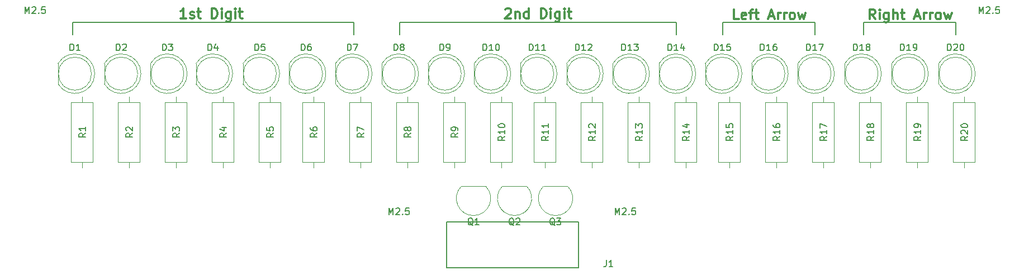
<source format=gbr>
G04 #@! TF.FileFunction,Legend,Top*
%FSLAX46Y46*%
G04 Gerber Fmt 4.6, Leading zero omitted, Abs format (unit mm)*
G04 Created by KiCad (PCBNEW 4.0.6) date 05/10/17 10:15:55*
%MOMM*%
%LPD*%
G01*
G04 APERTURE LIST*
%ADD10C,0.100000*%
%ADD11C,0.300000*%
%ADD12C,0.200000*%
%ADD13C,0.150000*%
%ADD14C,0.120000*%
G04 APERTURE END LIST*
D10*
D11*
X277162286Y-80180571D02*
X276662286Y-79466286D01*
X276305143Y-80180571D02*
X276305143Y-78680571D01*
X276876571Y-78680571D01*
X277019429Y-78752000D01*
X277090857Y-78823429D01*
X277162286Y-78966286D01*
X277162286Y-79180571D01*
X277090857Y-79323429D01*
X277019429Y-79394857D01*
X276876571Y-79466286D01*
X276305143Y-79466286D01*
X277805143Y-80180571D02*
X277805143Y-79180571D01*
X277805143Y-78680571D02*
X277733714Y-78752000D01*
X277805143Y-78823429D01*
X277876571Y-78752000D01*
X277805143Y-78680571D01*
X277805143Y-78823429D01*
X279162286Y-79180571D02*
X279162286Y-80394857D01*
X279090857Y-80537714D01*
X279019429Y-80609143D01*
X278876572Y-80680571D01*
X278662286Y-80680571D01*
X278519429Y-80609143D01*
X279162286Y-80109143D02*
X279019429Y-80180571D01*
X278733715Y-80180571D01*
X278590857Y-80109143D01*
X278519429Y-80037714D01*
X278448000Y-79894857D01*
X278448000Y-79466286D01*
X278519429Y-79323429D01*
X278590857Y-79252000D01*
X278733715Y-79180571D01*
X279019429Y-79180571D01*
X279162286Y-79252000D01*
X279876572Y-80180571D02*
X279876572Y-78680571D01*
X280519429Y-80180571D02*
X280519429Y-79394857D01*
X280448000Y-79252000D01*
X280305143Y-79180571D01*
X280090858Y-79180571D01*
X279948000Y-79252000D01*
X279876572Y-79323429D01*
X281019429Y-79180571D02*
X281590858Y-79180571D01*
X281233715Y-78680571D02*
X281233715Y-79966286D01*
X281305143Y-80109143D01*
X281448001Y-80180571D01*
X281590858Y-80180571D01*
X283162286Y-79752000D02*
X283876572Y-79752000D01*
X283019429Y-80180571D02*
X283519429Y-78680571D01*
X284019429Y-80180571D01*
X284519429Y-80180571D02*
X284519429Y-79180571D01*
X284519429Y-79466286D02*
X284590857Y-79323429D01*
X284662286Y-79252000D01*
X284805143Y-79180571D01*
X284948000Y-79180571D01*
X285448000Y-80180571D02*
X285448000Y-79180571D01*
X285448000Y-79466286D02*
X285519428Y-79323429D01*
X285590857Y-79252000D01*
X285733714Y-79180571D01*
X285876571Y-79180571D01*
X286590857Y-80180571D02*
X286447999Y-80109143D01*
X286376571Y-80037714D01*
X286305142Y-79894857D01*
X286305142Y-79466286D01*
X286376571Y-79323429D01*
X286447999Y-79252000D01*
X286590857Y-79180571D01*
X286805142Y-79180571D01*
X286947999Y-79252000D01*
X287019428Y-79323429D01*
X287090857Y-79466286D01*
X287090857Y-79894857D01*
X287019428Y-80037714D01*
X286947999Y-80109143D01*
X286805142Y-80180571D01*
X286590857Y-80180571D01*
X287590857Y-79180571D02*
X287876571Y-80180571D01*
X288162285Y-79466286D01*
X288448000Y-80180571D01*
X288733714Y-79180571D01*
D12*
X289306000Y-80645000D02*
X289306000Y-82550000D01*
X275336000Y-80645000D02*
X289306000Y-80645000D01*
X275336000Y-82550000D02*
X275336000Y-80645000D01*
D11*
X256469144Y-80180571D02*
X255754858Y-80180571D01*
X255754858Y-78680571D01*
X257540572Y-80109143D02*
X257397715Y-80180571D01*
X257112001Y-80180571D01*
X256969144Y-80109143D01*
X256897715Y-79966286D01*
X256897715Y-79394857D01*
X256969144Y-79252000D01*
X257112001Y-79180571D01*
X257397715Y-79180571D01*
X257540572Y-79252000D01*
X257612001Y-79394857D01*
X257612001Y-79537714D01*
X256897715Y-79680571D01*
X258040572Y-79180571D02*
X258612001Y-79180571D01*
X258254858Y-80180571D02*
X258254858Y-78894857D01*
X258326286Y-78752000D01*
X258469144Y-78680571D01*
X258612001Y-78680571D01*
X258897715Y-79180571D02*
X259469144Y-79180571D01*
X259112001Y-78680571D02*
X259112001Y-79966286D01*
X259183429Y-80109143D01*
X259326287Y-80180571D01*
X259469144Y-80180571D01*
X261040572Y-79752000D02*
X261754858Y-79752000D01*
X260897715Y-80180571D02*
X261397715Y-78680571D01*
X261897715Y-80180571D01*
X262397715Y-80180571D02*
X262397715Y-79180571D01*
X262397715Y-79466286D02*
X262469143Y-79323429D01*
X262540572Y-79252000D01*
X262683429Y-79180571D01*
X262826286Y-79180571D01*
X263326286Y-80180571D02*
X263326286Y-79180571D01*
X263326286Y-79466286D02*
X263397714Y-79323429D01*
X263469143Y-79252000D01*
X263612000Y-79180571D01*
X263754857Y-79180571D01*
X264469143Y-80180571D02*
X264326285Y-80109143D01*
X264254857Y-80037714D01*
X264183428Y-79894857D01*
X264183428Y-79466286D01*
X264254857Y-79323429D01*
X264326285Y-79252000D01*
X264469143Y-79180571D01*
X264683428Y-79180571D01*
X264826285Y-79252000D01*
X264897714Y-79323429D01*
X264969143Y-79466286D01*
X264969143Y-79894857D01*
X264897714Y-80037714D01*
X264826285Y-80109143D01*
X264683428Y-80180571D01*
X264469143Y-80180571D01*
X265469143Y-79180571D02*
X265754857Y-80180571D01*
X266040571Y-79466286D01*
X266326286Y-80180571D01*
X266612000Y-79180571D01*
X221131428Y-78696429D02*
X221202857Y-78625000D01*
X221345714Y-78553571D01*
X221702857Y-78553571D01*
X221845714Y-78625000D01*
X221917143Y-78696429D01*
X221988571Y-78839286D01*
X221988571Y-78982143D01*
X221917143Y-79196429D01*
X221060000Y-80053571D01*
X221988571Y-80053571D01*
X222631428Y-79053571D02*
X222631428Y-80053571D01*
X222631428Y-79196429D02*
X222702856Y-79125000D01*
X222845714Y-79053571D01*
X223059999Y-79053571D01*
X223202856Y-79125000D01*
X223274285Y-79267857D01*
X223274285Y-80053571D01*
X224631428Y-80053571D02*
X224631428Y-78553571D01*
X224631428Y-79982143D02*
X224488571Y-80053571D01*
X224202857Y-80053571D01*
X224059999Y-79982143D01*
X223988571Y-79910714D01*
X223917142Y-79767857D01*
X223917142Y-79339286D01*
X223988571Y-79196429D01*
X224059999Y-79125000D01*
X224202857Y-79053571D01*
X224488571Y-79053571D01*
X224631428Y-79125000D01*
X226488571Y-80053571D02*
X226488571Y-78553571D01*
X226845714Y-78553571D01*
X227059999Y-78625000D01*
X227202857Y-78767857D01*
X227274285Y-78910714D01*
X227345714Y-79196429D01*
X227345714Y-79410714D01*
X227274285Y-79696429D01*
X227202857Y-79839286D01*
X227059999Y-79982143D01*
X226845714Y-80053571D01*
X226488571Y-80053571D01*
X227988571Y-80053571D02*
X227988571Y-79053571D01*
X227988571Y-78553571D02*
X227917142Y-78625000D01*
X227988571Y-78696429D01*
X228059999Y-78625000D01*
X227988571Y-78553571D01*
X227988571Y-78696429D01*
X229345714Y-79053571D02*
X229345714Y-80267857D01*
X229274285Y-80410714D01*
X229202857Y-80482143D01*
X229060000Y-80553571D01*
X228845714Y-80553571D01*
X228702857Y-80482143D01*
X229345714Y-79982143D02*
X229202857Y-80053571D01*
X228917143Y-80053571D01*
X228774285Y-79982143D01*
X228702857Y-79910714D01*
X228631428Y-79767857D01*
X228631428Y-79339286D01*
X228702857Y-79196429D01*
X228774285Y-79125000D01*
X228917143Y-79053571D01*
X229202857Y-79053571D01*
X229345714Y-79125000D01*
X230060000Y-80053571D02*
X230060000Y-79053571D01*
X230060000Y-78553571D02*
X229988571Y-78625000D01*
X230060000Y-78696429D01*
X230131428Y-78625000D01*
X230060000Y-78553571D01*
X230060000Y-78696429D01*
X230560000Y-79053571D02*
X231131429Y-79053571D01*
X230774286Y-78553571D02*
X230774286Y-79839286D01*
X230845714Y-79982143D01*
X230988572Y-80053571D01*
X231131429Y-80053571D01*
X172780000Y-80053571D02*
X171922857Y-80053571D01*
X172351429Y-80053571D02*
X172351429Y-78553571D01*
X172208572Y-78767857D01*
X172065714Y-78910714D01*
X171922857Y-78982143D01*
X173351428Y-79982143D02*
X173494285Y-80053571D01*
X173780000Y-80053571D01*
X173922857Y-79982143D01*
X173994285Y-79839286D01*
X173994285Y-79767857D01*
X173922857Y-79625000D01*
X173780000Y-79553571D01*
X173565714Y-79553571D01*
X173422857Y-79482143D01*
X173351428Y-79339286D01*
X173351428Y-79267857D01*
X173422857Y-79125000D01*
X173565714Y-79053571D01*
X173780000Y-79053571D01*
X173922857Y-79125000D01*
X174422857Y-79053571D02*
X174994286Y-79053571D01*
X174637143Y-78553571D02*
X174637143Y-79839286D01*
X174708571Y-79982143D01*
X174851429Y-80053571D01*
X174994286Y-80053571D01*
X176637143Y-80053571D02*
X176637143Y-78553571D01*
X176994286Y-78553571D01*
X177208571Y-78625000D01*
X177351429Y-78767857D01*
X177422857Y-78910714D01*
X177494286Y-79196429D01*
X177494286Y-79410714D01*
X177422857Y-79696429D01*
X177351429Y-79839286D01*
X177208571Y-79982143D01*
X176994286Y-80053571D01*
X176637143Y-80053571D01*
X178137143Y-80053571D02*
X178137143Y-79053571D01*
X178137143Y-78553571D02*
X178065714Y-78625000D01*
X178137143Y-78696429D01*
X178208571Y-78625000D01*
X178137143Y-78553571D01*
X178137143Y-78696429D01*
X179494286Y-79053571D02*
X179494286Y-80267857D01*
X179422857Y-80410714D01*
X179351429Y-80482143D01*
X179208572Y-80553571D01*
X178994286Y-80553571D01*
X178851429Y-80482143D01*
X179494286Y-79982143D02*
X179351429Y-80053571D01*
X179065715Y-80053571D01*
X178922857Y-79982143D01*
X178851429Y-79910714D01*
X178780000Y-79767857D01*
X178780000Y-79339286D01*
X178851429Y-79196429D01*
X178922857Y-79125000D01*
X179065715Y-79053571D01*
X179351429Y-79053571D01*
X179494286Y-79125000D01*
X180208572Y-80053571D02*
X180208572Y-79053571D01*
X180208572Y-78553571D02*
X180137143Y-78625000D01*
X180208572Y-78696429D01*
X180280000Y-78625000D01*
X180208572Y-78553571D01*
X180208572Y-78696429D01*
X180708572Y-79053571D02*
X181280001Y-79053571D01*
X180922858Y-78553571D02*
X180922858Y-79839286D01*
X180994286Y-79982143D01*
X181137144Y-80053571D01*
X181280001Y-80053571D01*
D12*
X267970000Y-80645000D02*
X267970000Y-82550000D01*
X254000000Y-80645000D02*
X267970000Y-80645000D01*
X254000000Y-82550000D02*
X254000000Y-80645000D01*
X247015000Y-80645000D02*
X247015000Y-82550000D01*
X205105000Y-80645000D02*
X247015000Y-80645000D01*
X205105000Y-82550000D02*
X205105000Y-80645000D01*
X198120000Y-80645000D02*
X198120000Y-82550000D01*
X155575000Y-80645000D02*
X198120000Y-80645000D01*
X155575000Y-82550000D02*
X155575000Y-80645000D01*
D13*
X232201000Y-110856000D02*
X232201000Y-117856000D01*
X212201000Y-110856000D02*
X232201000Y-110856000D01*
X212201000Y-117856000D02*
X212201000Y-110856000D01*
X232201000Y-117856000D02*
X212201000Y-117856000D01*
D14*
X242947490Y-88426461D02*
G75*
G03X237397490Y-86881169I-2990000J462D01*
G01*
X242947490Y-88425537D02*
G75*
G02X237397490Y-89970829I-2990000J-462D01*
G01*
X242457490Y-88425999D02*
G75*
G03X242457490Y-88425999I-2500000J0D01*
G01*
X237397490Y-86880999D02*
X237397490Y-89970999D01*
X200928746Y-88426461D02*
G75*
G03X195378746Y-86881169I-2990000J462D01*
G01*
X200928746Y-88425537D02*
G75*
G02X195378746Y-89970829I-2990000J-462D01*
G01*
X200438746Y-88425999D02*
G75*
G03X200438746Y-88425999I-2500000J0D01*
G01*
X195378746Y-86880999D02*
X195378746Y-89970999D01*
X207908000Y-92722000D02*
X204588000Y-92722000D01*
X204588000Y-92722000D02*
X204588000Y-101842000D01*
X204588000Y-101842000D02*
X207908000Y-101842000D01*
X207908000Y-101842000D02*
X207908000Y-92722000D01*
X206248000Y-91912000D02*
X206248000Y-92722000D01*
X206248000Y-102652000D02*
X206248000Y-101842000D01*
X158910002Y-88426461D02*
G75*
G03X153360002Y-86881169I-2990000J462D01*
G01*
X158910002Y-88425537D02*
G75*
G02X153360002Y-89970829I-2990000J-462D01*
G01*
X158420002Y-88425999D02*
G75*
G03X158420002Y-88425999I-2500000J0D01*
G01*
X153360002Y-86880999D02*
X153360002Y-89970999D01*
X165913126Y-88426461D02*
G75*
G03X160363126Y-86881169I-2990000J462D01*
G01*
X165913126Y-88425537D02*
G75*
G02X160363126Y-89970829I-2990000J-462D01*
G01*
X165423126Y-88425999D02*
G75*
G03X165423126Y-88425999I-2500000J0D01*
G01*
X160363126Y-86880999D02*
X160363126Y-89970999D01*
X172916250Y-88426461D02*
G75*
G03X167366250Y-86881169I-2990000J462D01*
G01*
X172916250Y-88425537D02*
G75*
G02X167366250Y-89970829I-2990000J-462D01*
G01*
X172426250Y-88425999D02*
G75*
G03X172426250Y-88425999I-2500000J0D01*
G01*
X167366250Y-86880999D02*
X167366250Y-89970999D01*
X179810498Y-88426461D02*
G75*
G03X174260498Y-86881169I-2990000J462D01*
G01*
X179810498Y-88425537D02*
G75*
G02X174260498Y-89970829I-2990000J-462D01*
G01*
X179320498Y-88425999D02*
G75*
G03X179320498Y-88425999I-2500000J0D01*
G01*
X174260498Y-86880999D02*
X174260498Y-89970999D01*
X186922498Y-88426461D02*
G75*
G03X181372498Y-86881169I-2990000J462D01*
G01*
X186922498Y-88425537D02*
G75*
G02X181372498Y-89970829I-2990000J-462D01*
G01*
X186432498Y-88425999D02*
G75*
G03X186432498Y-88425999I-2500000J0D01*
G01*
X181372498Y-86880999D02*
X181372498Y-89970999D01*
X193925622Y-88426461D02*
G75*
G03X188375622Y-86881169I-2990000J462D01*
G01*
X193925622Y-88425537D02*
G75*
G02X188375622Y-89970829I-2990000J-462D01*
G01*
X193435622Y-88425999D02*
G75*
G03X193435622Y-88425999I-2500000J0D01*
G01*
X188375622Y-86880999D02*
X188375622Y-89970999D01*
X207968000Y-88426461D02*
G75*
G03X202418000Y-86881169I-2990000J462D01*
G01*
X207968000Y-88425537D02*
G75*
G02X202418000Y-89970829I-2990000J-462D01*
G01*
X207478000Y-88425999D02*
G75*
G03X207478000Y-88425999I-2500000J0D01*
G01*
X202418000Y-86880999D02*
X202418000Y-89970999D01*
X214934994Y-88426461D02*
G75*
G03X209384994Y-86881169I-2990000J462D01*
G01*
X214934994Y-88425537D02*
G75*
G02X209384994Y-89970829I-2990000J-462D01*
G01*
X214444994Y-88425999D02*
G75*
G03X214444994Y-88425999I-2500000J0D01*
G01*
X209384994Y-86880999D02*
X209384994Y-89970999D01*
X221938118Y-88426461D02*
G75*
G03X216388118Y-86881169I-2990000J462D01*
G01*
X221938118Y-88425537D02*
G75*
G02X216388118Y-89970829I-2990000J-462D01*
G01*
X221448118Y-88425999D02*
G75*
G03X221448118Y-88425999I-2500000J0D01*
G01*
X216388118Y-86880999D02*
X216388118Y-89970999D01*
X228941242Y-88426461D02*
G75*
G03X223391242Y-86881169I-2990000J462D01*
G01*
X228941242Y-88425537D02*
G75*
G02X223391242Y-89970829I-2990000J-462D01*
G01*
X228451242Y-88425999D02*
G75*
G03X228451242Y-88425999I-2500000J0D01*
G01*
X223391242Y-86880999D02*
X223391242Y-89970999D01*
X235944366Y-88426461D02*
G75*
G03X230394366Y-86881169I-2990000J462D01*
G01*
X235944366Y-88425537D02*
G75*
G02X230394366Y-89970829I-2990000J-462D01*
G01*
X235454366Y-88425999D02*
G75*
G03X235454366Y-88425999I-2500000J0D01*
G01*
X230394366Y-86880999D02*
X230394366Y-89970999D01*
X249950614Y-88426461D02*
G75*
G03X244400614Y-86881169I-2990000J462D01*
G01*
X249950614Y-88425537D02*
G75*
G02X244400614Y-89970829I-2990000J-462D01*
G01*
X249460614Y-88425999D02*
G75*
G03X249460614Y-88425999I-2500000J0D01*
G01*
X244400614Y-86880999D02*
X244400614Y-89970999D01*
X256953738Y-88426461D02*
G75*
G03X251403738Y-86881169I-2990000J462D01*
G01*
X256953738Y-88425537D02*
G75*
G02X251403738Y-89970829I-2990000J-462D01*
G01*
X256463738Y-88425999D02*
G75*
G03X256463738Y-88425999I-2500000J0D01*
G01*
X251403738Y-86880999D02*
X251403738Y-89970999D01*
X263956862Y-88426461D02*
G75*
G03X258406862Y-86881169I-2990000J462D01*
G01*
X263956862Y-88425537D02*
G75*
G02X258406862Y-89970829I-2990000J-462D01*
G01*
X263466862Y-88425999D02*
G75*
G03X263466862Y-88425999I-2500000J0D01*
G01*
X258406862Y-86880999D02*
X258406862Y-89970999D01*
X270960000Y-88426461D02*
G75*
G03X265410000Y-86881169I-2990000J462D01*
G01*
X270960000Y-88425537D02*
G75*
G02X265410000Y-89970829I-2990000J-462D01*
G01*
X270470000Y-88425999D02*
G75*
G03X270470000Y-88425999I-2500000J0D01*
G01*
X265410000Y-86880999D02*
X265410000Y-89970999D01*
X218096143Y-105465000D02*
X214496143Y-105465000D01*
X218134621Y-105476522D02*
G75*
G02X216296143Y-109915000I-1838478J-1838478D01*
G01*
X214457665Y-105476522D02*
G75*
G03X216296143Y-109915000I1838478J-1838478D01*
G01*
X224304000Y-105465000D02*
X220704000Y-105465000D01*
X224342478Y-105476522D02*
G75*
G02X222504000Y-109915000I-1838478J-1838478D01*
G01*
X220665522Y-105476522D02*
G75*
G03X222504000Y-109915000I1838478J-1838478D01*
G01*
X230511857Y-105465000D02*
X226911857Y-105465000D01*
X230550335Y-105476522D02*
G75*
G02X228711857Y-109915000I-1838478J-1838478D01*
G01*
X226873379Y-105476522D02*
G75*
G03X228711857Y-109915000I1838478J-1838478D01*
G01*
X158632000Y-92722000D02*
X155312000Y-92722000D01*
X155312000Y-92722000D02*
X155312000Y-101842000D01*
X155312000Y-101842000D02*
X158632000Y-101842000D01*
X158632000Y-101842000D02*
X158632000Y-92722000D01*
X156972000Y-91912000D02*
X156972000Y-92722000D01*
X156972000Y-102652000D02*
X156972000Y-101842000D01*
X165744000Y-92722000D02*
X162424000Y-92722000D01*
X162424000Y-92722000D02*
X162424000Y-101842000D01*
X162424000Y-101842000D02*
X165744000Y-101842000D01*
X165744000Y-101842000D02*
X165744000Y-92722000D01*
X164084000Y-91912000D02*
X164084000Y-92722000D01*
X164084000Y-102652000D02*
X164084000Y-101842000D01*
X172856000Y-92722000D02*
X169536000Y-92722000D01*
X169536000Y-92722000D02*
X169536000Y-101842000D01*
X169536000Y-101842000D02*
X172856000Y-101842000D01*
X172856000Y-101842000D02*
X172856000Y-92722000D01*
X171196000Y-91912000D02*
X171196000Y-92722000D01*
X171196000Y-102652000D02*
X171196000Y-101842000D01*
X179968000Y-92722000D02*
X176648000Y-92722000D01*
X176648000Y-92722000D02*
X176648000Y-101842000D01*
X176648000Y-101842000D02*
X179968000Y-101842000D01*
X179968000Y-101842000D02*
X179968000Y-92722000D01*
X178308000Y-91912000D02*
X178308000Y-92722000D01*
X178308000Y-102652000D02*
X178308000Y-101842000D01*
X187080000Y-92722000D02*
X183760000Y-92722000D01*
X183760000Y-92722000D02*
X183760000Y-101842000D01*
X183760000Y-101842000D02*
X187080000Y-101842000D01*
X187080000Y-101842000D02*
X187080000Y-92722000D01*
X185420000Y-91912000D02*
X185420000Y-92722000D01*
X185420000Y-102652000D02*
X185420000Y-101842000D01*
X193684000Y-92722000D02*
X190364000Y-92722000D01*
X190364000Y-92722000D02*
X190364000Y-101842000D01*
X190364000Y-101842000D02*
X193684000Y-101842000D01*
X193684000Y-101842000D02*
X193684000Y-92722000D01*
X192024000Y-91912000D02*
X192024000Y-92722000D01*
X192024000Y-102652000D02*
X192024000Y-101842000D01*
X200796000Y-92722000D02*
X197476000Y-92722000D01*
X197476000Y-92722000D02*
X197476000Y-101842000D01*
X197476000Y-101842000D02*
X200796000Y-101842000D01*
X200796000Y-101842000D02*
X200796000Y-92722000D01*
X199136000Y-91912000D02*
X199136000Y-92722000D01*
X199136000Y-102652000D02*
X199136000Y-101842000D01*
X215020000Y-92722000D02*
X211700000Y-92722000D01*
X211700000Y-92722000D02*
X211700000Y-101842000D01*
X211700000Y-101842000D02*
X215020000Y-101842000D01*
X215020000Y-101842000D02*
X215020000Y-92722000D01*
X213360000Y-91912000D02*
X213360000Y-92722000D01*
X213360000Y-102652000D02*
X213360000Y-101842000D01*
X222132000Y-92722000D02*
X218812000Y-92722000D01*
X218812000Y-92722000D02*
X218812000Y-101842000D01*
X218812000Y-101842000D02*
X222132000Y-101842000D01*
X222132000Y-101842000D02*
X222132000Y-92722000D01*
X220472000Y-91912000D02*
X220472000Y-92722000D01*
X220472000Y-102652000D02*
X220472000Y-101842000D01*
X228736000Y-92722000D02*
X225416000Y-92722000D01*
X225416000Y-92722000D02*
X225416000Y-101842000D01*
X225416000Y-101842000D02*
X228736000Y-101842000D01*
X228736000Y-101842000D02*
X228736000Y-92722000D01*
X227076000Y-91912000D02*
X227076000Y-92722000D01*
X227076000Y-102652000D02*
X227076000Y-101842000D01*
X235848000Y-92722000D02*
X232528000Y-92722000D01*
X232528000Y-92722000D02*
X232528000Y-101842000D01*
X232528000Y-101842000D02*
X235848000Y-101842000D01*
X235848000Y-101842000D02*
X235848000Y-92722000D01*
X234188000Y-91912000D02*
X234188000Y-92722000D01*
X234188000Y-102652000D02*
X234188000Y-101842000D01*
X242960000Y-92722000D02*
X239640000Y-92722000D01*
X239640000Y-92722000D02*
X239640000Y-101842000D01*
X239640000Y-101842000D02*
X242960000Y-101842000D01*
X242960000Y-101842000D02*
X242960000Y-92722000D01*
X241300000Y-91912000D02*
X241300000Y-92722000D01*
X241300000Y-102652000D02*
X241300000Y-101842000D01*
X250072000Y-92722000D02*
X246752000Y-92722000D01*
X246752000Y-92722000D02*
X246752000Y-101842000D01*
X246752000Y-101842000D02*
X250072000Y-101842000D01*
X250072000Y-101842000D02*
X250072000Y-92722000D01*
X248412000Y-91912000D02*
X248412000Y-92722000D01*
X248412000Y-102652000D02*
X248412000Y-101842000D01*
X256676000Y-92722000D02*
X253356000Y-92722000D01*
X253356000Y-92722000D02*
X253356000Y-101842000D01*
X253356000Y-101842000D02*
X256676000Y-101842000D01*
X256676000Y-101842000D02*
X256676000Y-92722000D01*
X255016000Y-91912000D02*
X255016000Y-92722000D01*
X255016000Y-102652000D02*
X255016000Y-101842000D01*
X263788000Y-92722000D02*
X260468000Y-92722000D01*
X260468000Y-92722000D02*
X260468000Y-101842000D01*
X260468000Y-101842000D02*
X263788000Y-101842000D01*
X263788000Y-101842000D02*
X263788000Y-92722000D01*
X262128000Y-91912000D02*
X262128000Y-92722000D01*
X262128000Y-102652000D02*
X262128000Y-101842000D01*
X270900000Y-92722000D02*
X267580000Y-92722000D01*
X267580000Y-92722000D02*
X267580000Y-101842000D01*
X267580000Y-101842000D02*
X270900000Y-101842000D01*
X270900000Y-101842000D02*
X270900000Y-92722000D01*
X269240000Y-91912000D02*
X269240000Y-92722000D01*
X269240000Y-102652000D02*
X269240000Y-101842000D01*
X278072000Y-88426461D02*
G75*
G03X272522000Y-86881169I-2990000J462D01*
G01*
X278072000Y-88425537D02*
G75*
G02X272522000Y-89970829I-2990000J-462D01*
G01*
X277582000Y-88425999D02*
G75*
G03X277582000Y-88425999I-2500000J0D01*
G01*
X272522000Y-86880999D02*
X272522000Y-89970999D01*
X285184000Y-88426461D02*
G75*
G03X279634000Y-86881169I-2990000J462D01*
G01*
X285184000Y-88425537D02*
G75*
G02X279634000Y-89970829I-2990000J-462D01*
G01*
X284694000Y-88425999D02*
G75*
G03X284694000Y-88425999I-2500000J0D01*
G01*
X279634000Y-86880999D02*
X279634000Y-89970999D01*
X292296000Y-88426461D02*
G75*
G03X286746000Y-86881169I-2990000J462D01*
G01*
X292296000Y-88425537D02*
G75*
G02X286746000Y-89970829I-2990000J-462D01*
G01*
X291806000Y-88425999D02*
G75*
G03X291806000Y-88425999I-2500000J0D01*
G01*
X286746000Y-86880999D02*
X286746000Y-89970999D01*
X278012000Y-92722000D02*
X274692000Y-92722000D01*
X274692000Y-92722000D02*
X274692000Y-101842000D01*
X274692000Y-101842000D02*
X278012000Y-101842000D01*
X278012000Y-101842000D02*
X278012000Y-92722000D01*
X276352000Y-91912000D02*
X276352000Y-92722000D01*
X276352000Y-102652000D02*
X276352000Y-101842000D01*
X285124000Y-92722000D02*
X281804000Y-92722000D01*
X281804000Y-92722000D02*
X281804000Y-101842000D01*
X281804000Y-101842000D02*
X285124000Y-101842000D01*
X285124000Y-101842000D02*
X285124000Y-92722000D01*
X283464000Y-91912000D02*
X283464000Y-92722000D01*
X283464000Y-102652000D02*
X283464000Y-101842000D01*
X292236000Y-92722000D02*
X288916000Y-92722000D01*
X288916000Y-92722000D02*
X288916000Y-101842000D01*
X288916000Y-101842000D02*
X292236000Y-101842000D01*
X292236000Y-101842000D02*
X292236000Y-92722000D01*
X290576000Y-91912000D02*
X290576000Y-92722000D01*
X290576000Y-102652000D02*
X290576000Y-101842000D01*
D13*
X236394667Y-116673381D02*
X236394667Y-117387667D01*
X236347047Y-117530524D01*
X236251809Y-117625762D01*
X236108952Y-117673381D01*
X236013714Y-117673381D01*
X237394667Y-117673381D02*
X236823238Y-117673381D01*
X237108952Y-117673381D02*
X237108952Y-116673381D01*
X237013714Y-116816238D01*
X236918476Y-116911476D01*
X236823238Y-116959095D01*
X238743204Y-84918380D02*
X238743204Y-83918380D01*
X238981299Y-83918380D01*
X239124157Y-83965999D01*
X239219395Y-84061237D01*
X239267014Y-84156475D01*
X239314633Y-84346951D01*
X239314633Y-84489809D01*
X239267014Y-84680285D01*
X239219395Y-84775523D01*
X239124157Y-84870761D01*
X238981299Y-84918380D01*
X238743204Y-84918380D01*
X240267014Y-84918380D02*
X239695585Y-84918380D01*
X239981299Y-84918380D02*
X239981299Y-83918380D01*
X239886061Y-84061237D01*
X239790823Y-84156475D01*
X239695585Y-84204094D01*
X240600347Y-83918380D02*
X241219395Y-83918380D01*
X240886061Y-84299332D01*
X241028919Y-84299332D01*
X241124157Y-84346951D01*
X241171776Y-84394570D01*
X241219395Y-84489809D01*
X241219395Y-84727904D01*
X241171776Y-84823142D01*
X241124157Y-84870761D01*
X241028919Y-84918380D01*
X240743204Y-84918380D01*
X240647966Y-84870761D01*
X240600347Y-84823142D01*
X197200651Y-84918380D02*
X197200651Y-83918380D01*
X197438746Y-83918380D01*
X197581604Y-83965999D01*
X197676842Y-84061237D01*
X197724461Y-84156475D01*
X197772080Y-84346951D01*
X197772080Y-84489809D01*
X197724461Y-84680285D01*
X197676842Y-84775523D01*
X197581604Y-84870761D01*
X197438746Y-84918380D01*
X197200651Y-84918380D01*
X198105413Y-83918380D02*
X198772080Y-83918380D01*
X198343508Y-84918380D01*
X206820381Y-97448666D02*
X206344190Y-97782000D01*
X206820381Y-98020095D02*
X205820381Y-98020095D01*
X205820381Y-97639142D01*
X205868000Y-97543904D01*
X205915619Y-97496285D01*
X206010857Y-97448666D01*
X206153714Y-97448666D01*
X206248952Y-97496285D01*
X206296571Y-97543904D01*
X206344190Y-97639142D01*
X206344190Y-98020095D01*
X206248952Y-96877238D02*
X206201333Y-96972476D01*
X206153714Y-97020095D01*
X206058476Y-97067714D01*
X206010857Y-97067714D01*
X205915619Y-97020095D01*
X205868000Y-96972476D01*
X205820381Y-96877238D01*
X205820381Y-96686761D01*
X205868000Y-96591523D01*
X205915619Y-96543904D01*
X206010857Y-96496285D01*
X206058476Y-96496285D01*
X206153714Y-96543904D01*
X206201333Y-96591523D01*
X206248952Y-96686761D01*
X206248952Y-96877238D01*
X206296571Y-96972476D01*
X206344190Y-97020095D01*
X206439429Y-97067714D01*
X206629905Y-97067714D01*
X206725143Y-97020095D01*
X206772762Y-96972476D01*
X206820381Y-96877238D01*
X206820381Y-96686761D01*
X206772762Y-96591523D01*
X206725143Y-96543904D01*
X206629905Y-96496285D01*
X206439429Y-96496285D01*
X206344190Y-96543904D01*
X206296571Y-96591523D01*
X206248952Y-96686761D01*
X155181907Y-84918380D02*
X155181907Y-83918380D01*
X155420002Y-83918380D01*
X155562860Y-83965999D01*
X155658098Y-84061237D01*
X155705717Y-84156475D01*
X155753336Y-84346951D01*
X155753336Y-84489809D01*
X155705717Y-84680285D01*
X155658098Y-84775523D01*
X155562860Y-84870761D01*
X155420002Y-84918380D01*
X155181907Y-84918380D01*
X156705717Y-84918380D02*
X156134288Y-84918380D01*
X156420002Y-84918380D02*
X156420002Y-83918380D01*
X156324764Y-84061237D01*
X156229526Y-84156475D01*
X156134288Y-84204094D01*
X162185031Y-84918380D02*
X162185031Y-83918380D01*
X162423126Y-83918380D01*
X162565984Y-83965999D01*
X162661222Y-84061237D01*
X162708841Y-84156475D01*
X162756460Y-84346951D01*
X162756460Y-84489809D01*
X162708841Y-84680285D01*
X162661222Y-84775523D01*
X162565984Y-84870761D01*
X162423126Y-84918380D01*
X162185031Y-84918380D01*
X163137412Y-84013618D02*
X163185031Y-83965999D01*
X163280269Y-83918380D01*
X163518365Y-83918380D01*
X163613603Y-83965999D01*
X163661222Y-84013618D01*
X163708841Y-84108856D01*
X163708841Y-84204094D01*
X163661222Y-84346951D01*
X163089793Y-84918380D01*
X163708841Y-84918380D01*
X169188155Y-84918380D02*
X169188155Y-83918380D01*
X169426250Y-83918380D01*
X169569108Y-83965999D01*
X169664346Y-84061237D01*
X169711965Y-84156475D01*
X169759584Y-84346951D01*
X169759584Y-84489809D01*
X169711965Y-84680285D01*
X169664346Y-84775523D01*
X169569108Y-84870761D01*
X169426250Y-84918380D01*
X169188155Y-84918380D01*
X170092917Y-83918380D02*
X170711965Y-83918380D01*
X170378631Y-84299332D01*
X170521489Y-84299332D01*
X170616727Y-84346951D01*
X170664346Y-84394570D01*
X170711965Y-84489809D01*
X170711965Y-84727904D01*
X170664346Y-84823142D01*
X170616727Y-84870761D01*
X170521489Y-84918380D01*
X170235774Y-84918380D01*
X170140536Y-84870761D01*
X170092917Y-84823142D01*
X176082403Y-84918380D02*
X176082403Y-83918380D01*
X176320498Y-83918380D01*
X176463356Y-83965999D01*
X176558594Y-84061237D01*
X176606213Y-84156475D01*
X176653832Y-84346951D01*
X176653832Y-84489809D01*
X176606213Y-84680285D01*
X176558594Y-84775523D01*
X176463356Y-84870761D01*
X176320498Y-84918380D01*
X176082403Y-84918380D01*
X177510975Y-84251713D02*
X177510975Y-84918380D01*
X177272879Y-83870761D02*
X177034784Y-84585047D01*
X177653832Y-84585047D01*
X183194403Y-84918380D02*
X183194403Y-83918380D01*
X183432498Y-83918380D01*
X183575356Y-83965999D01*
X183670594Y-84061237D01*
X183718213Y-84156475D01*
X183765832Y-84346951D01*
X183765832Y-84489809D01*
X183718213Y-84680285D01*
X183670594Y-84775523D01*
X183575356Y-84870761D01*
X183432498Y-84918380D01*
X183194403Y-84918380D01*
X184670594Y-83918380D02*
X184194403Y-83918380D01*
X184146784Y-84394570D01*
X184194403Y-84346951D01*
X184289641Y-84299332D01*
X184527737Y-84299332D01*
X184622975Y-84346951D01*
X184670594Y-84394570D01*
X184718213Y-84489809D01*
X184718213Y-84727904D01*
X184670594Y-84823142D01*
X184622975Y-84870761D01*
X184527737Y-84918380D01*
X184289641Y-84918380D01*
X184194403Y-84870761D01*
X184146784Y-84823142D01*
X190197527Y-84918380D02*
X190197527Y-83918380D01*
X190435622Y-83918380D01*
X190578480Y-83965999D01*
X190673718Y-84061237D01*
X190721337Y-84156475D01*
X190768956Y-84346951D01*
X190768956Y-84489809D01*
X190721337Y-84680285D01*
X190673718Y-84775523D01*
X190578480Y-84870761D01*
X190435622Y-84918380D01*
X190197527Y-84918380D01*
X191626099Y-83918380D02*
X191435622Y-83918380D01*
X191340384Y-83965999D01*
X191292765Y-84013618D01*
X191197527Y-84156475D01*
X191149908Y-84346951D01*
X191149908Y-84727904D01*
X191197527Y-84823142D01*
X191245146Y-84870761D01*
X191340384Y-84918380D01*
X191530861Y-84918380D01*
X191626099Y-84870761D01*
X191673718Y-84823142D01*
X191721337Y-84727904D01*
X191721337Y-84489809D01*
X191673718Y-84394570D01*
X191626099Y-84346951D01*
X191530861Y-84299332D01*
X191340384Y-84299332D01*
X191245146Y-84346951D01*
X191197527Y-84394570D01*
X191149908Y-84489809D01*
X204239905Y-84918380D02*
X204239905Y-83918380D01*
X204478000Y-83918380D01*
X204620858Y-83965999D01*
X204716096Y-84061237D01*
X204763715Y-84156475D01*
X204811334Y-84346951D01*
X204811334Y-84489809D01*
X204763715Y-84680285D01*
X204716096Y-84775523D01*
X204620858Y-84870761D01*
X204478000Y-84918380D01*
X204239905Y-84918380D01*
X205382762Y-84346951D02*
X205287524Y-84299332D01*
X205239905Y-84251713D01*
X205192286Y-84156475D01*
X205192286Y-84108856D01*
X205239905Y-84013618D01*
X205287524Y-83965999D01*
X205382762Y-83918380D01*
X205573239Y-83918380D01*
X205668477Y-83965999D01*
X205716096Y-84013618D01*
X205763715Y-84108856D01*
X205763715Y-84156475D01*
X205716096Y-84251713D01*
X205668477Y-84299332D01*
X205573239Y-84346951D01*
X205382762Y-84346951D01*
X205287524Y-84394570D01*
X205239905Y-84442189D01*
X205192286Y-84537428D01*
X205192286Y-84727904D01*
X205239905Y-84823142D01*
X205287524Y-84870761D01*
X205382762Y-84918380D01*
X205573239Y-84918380D01*
X205668477Y-84870761D01*
X205716096Y-84823142D01*
X205763715Y-84727904D01*
X205763715Y-84537428D01*
X205716096Y-84442189D01*
X205668477Y-84394570D01*
X205573239Y-84346951D01*
X211206899Y-84918380D02*
X211206899Y-83918380D01*
X211444994Y-83918380D01*
X211587852Y-83965999D01*
X211683090Y-84061237D01*
X211730709Y-84156475D01*
X211778328Y-84346951D01*
X211778328Y-84489809D01*
X211730709Y-84680285D01*
X211683090Y-84775523D01*
X211587852Y-84870761D01*
X211444994Y-84918380D01*
X211206899Y-84918380D01*
X212254518Y-84918380D02*
X212444994Y-84918380D01*
X212540233Y-84870761D01*
X212587852Y-84823142D01*
X212683090Y-84680285D01*
X212730709Y-84489809D01*
X212730709Y-84108856D01*
X212683090Y-84013618D01*
X212635471Y-83965999D01*
X212540233Y-83918380D01*
X212349756Y-83918380D01*
X212254518Y-83965999D01*
X212206899Y-84013618D01*
X212159280Y-84108856D01*
X212159280Y-84346951D01*
X212206899Y-84442189D01*
X212254518Y-84489809D01*
X212349756Y-84537428D01*
X212540233Y-84537428D01*
X212635471Y-84489809D01*
X212683090Y-84442189D01*
X212730709Y-84346951D01*
X217733832Y-84918380D02*
X217733832Y-83918380D01*
X217971927Y-83918380D01*
X218114785Y-83965999D01*
X218210023Y-84061237D01*
X218257642Y-84156475D01*
X218305261Y-84346951D01*
X218305261Y-84489809D01*
X218257642Y-84680285D01*
X218210023Y-84775523D01*
X218114785Y-84870761D01*
X217971927Y-84918380D01*
X217733832Y-84918380D01*
X219257642Y-84918380D02*
X218686213Y-84918380D01*
X218971927Y-84918380D02*
X218971927Y-83918380D01*
X218876689Y-84061237D01*
X218781451Y-84156475D01*
X218686213Y-84204094D01*
X219876689Y-83918380D02*
X219971928Y-83918380D01*
X220067166Y-83965999D01*
X220114785Y-84013618D01*
X220162404Y-84108856D01*
X220210023Y-84299332D01*
X220210023Y-84537428D01*
X220162404Y-84727904D01*
X220114785Y-84823142D01*
X220067166Y-84870761D01*
X219971928Y-84918380D01*
X219876689Y-84918380D01*
X219781451Y-84870761D01*
X219733832Y-84823142D01*
X219686213Y-84727904D01*
X219638594Y-84537428D01*
X219638594Y-84299332D01*
X219686213Y-84108856D01*
X219733832Y-84013618D01*
X219781451Y-83965999D01*
X219876689Y-83918380D01*
X224736956Y-84918380D02*
X224736956Y-83918380D01*
X224975051Y-83918380D01*
X225117909Y-83965999D01*
X225213147Y-84061237D01*
X225260766Y-84156475D01*
X225308385Y-84346951D01*
X225308385Y-84489809D01*
X225260766Y-84680285D01*
X225213147Y-84775523D01*
X225117909Y-84870761D01*
X224975051Y-84918380D01*
X224736956Y-84918380D01*
X226260766Y-84918380D02*
X225689337Y-84918380D01*
X225975051Y-84918380D02*
X225975051Y-83918380D01*
X225879813Y-84061237D01*
X225784575Y-84156475D01*
X225689337Y-84204094D01*
X227213147Y-84918380D02*
X226641718Y-84918380D01*
X226927432Y-84918380D02*
X226927432Y-83918380D01*
X226832194Y-84061237D01*
X226736956Y-84156475D01*
X226641718Y-84204094D01*
X231740080Y-84918380D02*
X231740080Y-83918380D01*
X231978175Y-83918380D01*
X232121033Y-83965999D01*
X232216271Y-84061237D01*
X232263890Y-84156475D01*
X232311509Y-84346951D01*
X232311509Y-84489809D01*
X232263890Y-84680285D01*
X232216271Y-84775523D01*
X232121033Y-84870761D01*
X231978175Y-84918380D01*
X231740080Y-84918380D01*
X233263890Y-84918380D02*
X232692461Y-84918380D01*
X232978175Y-84918380D02*
X232978175Y-83918380D01*
X232882937Y-84061237D01*
X232787699Y-84156475D01*
X232692461Y-84204094D01*
X233644842Y-84013618D02*
X233692461Y-83965999D01*
X233787699Y-83918380D01*
X234025795Y-83918380D01*
X234121033Y-83965999D01*
X234168652Y-84013618D01*
X234216271Y-84108856D01*
X234216271Y-84204094D01*
X234168652Y-84346951D01*
X233597223Y-84918380D01*
X234216271Y-84918380D01*
X245746328Y-84918380D02*
X245746328Y-83918380D01*
X245984423Y-83918380D01*
X246127281Y-83965999D01*
X246222519Y-84061237D01*
X246270138Y-84156475D01*
X246317757Y-84346951D01*
X246317757Y-84489809D01*
X246270138Y-84680285D01*
X246222519Y-84775523D01*
X246127281Y-84870761D01*
X245984423Y-84918380D01*
X245746328Y-84918380D01*
X247270138Y-84918380D02*
X246698709Y-84918380D01*
X246984423Y-84918380D02*
X246984423Y-83918380D01*
X246889185Y-84061237D01*
X246793947Y-84156475D01*
X246698709Y-84204094D01*
X248127281Y-84251713D02*
X248127281Y-84918380D01*
X247889185Y-83870761D02*
X247651090Y-84585047D01*
X248270138Y-84585047D01*
X252749452Y-84918380D02*
X252749452Y-83918380D01*
X252987547Y-83918380D01*
X253130405Y-83965999D01*
X253225643Y-84061237D01*
X253273262Y-84156475D01*
X253320881Y-84346951D01*
X253320881Y-84489809D01*
X253273262Y-84680285D01*
X253225643Y-84775523D01*
X253130405Y-84870761D01*
X252987547Y-84918380D01*
X252749452Y-84918380D01*
X254273262Y-84918380D02*
X253701833Y-84918380D01*
X253987547Y-84918380D02*
X253987547Y-83918380D01*
X253892309Y-84061237D01*
X253797071Y-84156475D01*
X253701833Y-84204094D01*
X255178024Y-83918380D02*
X254701833Y-83918380D01*
X254654214Y-84394570D01*
X254701833Y-84346951D01*
X254797071Y-84299332D01*
X255035167Y-84299332D01*
X255130405Y-84346951D01*
X255178024Y-84394570D01*
X255225643Y-84489809D01*
X255225643Y-84727904D01*
X255178024Y-84823142D01*
X255130405Y-84870761D01*
X255035167Y-84918380D01*
X254797071Y-84918380D01*
X254701833Y-84870761D01*
X254654214Y-84823142D01*
X259752576Y-84918380D02*
X259752576Y-83918380D01*
X259990671Y-83918380D01*
X260133529Y-83965999D01*
X260228767Y-84061237D01*
X260276386Y-84156475D01*
X260324005Y-84346951D01*
X260324005Y-84489809D01*
X260276386Y-84680285D01*
X260228767Y-84775523D01*
X260133529Y-84870761D01*
X259990671Y-84918380D01*
X259752576Y-84918380D01*
X261276386Y-84918380D02*
X260704957Y-84918380D01*
X260990671Y-84918380D02*
X260990671Y-83918380D01*
X260895433Y-84061237D01*
X260800195Y-84156475D01*
X260704957Y-84204094D01*
X262133529Y-83918380D02*
X261943052Y-83918380D01*
X261847814Y-83965999D01*
X261800195Y-84013618D01*
X261704957Y-84156475D01*
X261657338Y-84346951D01*
X261657338Y-84727904D01*
X261704957Y-84823142D01*
X261752576Y-84870761D01*
X261847814Y-84918380D01*
X262038291Y-84918380D01*
X262133529Y-84870761D01*
X262181148Y-84823142D01*
X262228767Y-84727904D01*
X262228767Y-84489809D01*
X262181148Y-84394570D01*
X262133529Y-84346951D01*
X262038291Y-84299332D01*
X261847814Y-84299332D01*
X261752576Y-84346951D01*
X261704957Y-84394570D01*
X261657338Y-84489809D01*
X266755714Y-84918380D02*
X266755714Y-83918380D01*
X266993809Y-83918380D01*
X267136667Y-83965999D01*
X267231905Y-84061237D01*
X267279524Y-84156475D01*
X267327143Y-84346951D01*
X267327143Y-84489809D01*
X267279524Y-84680285D01*
X267231905Y-84775523D01*
X267136667Y-84870761D01*
X266993809Y-84918380D01*
X266755714Y-84918380D01*
X268279524Y-84918380D02*
X267708095Y-84918380D01*
X267993809Y-84918380D02*
X267993809Y-83918380D01*
X267898571Y-84061237D01*
X267803333Y-84156475D01*
X267708095Y-84204094D01*
X268612857Y-83918380D02*
X269279524Y-83918380D01*
X268850952Y-84918380D01*
X216200905Y-111422619D02*
X216105667Y-111375000D01*
X216010429Y-111279762D01*
X215867572Y-111136905D01*
X215772333Y-111089286D01*
X215677095Y-111089286D01*
X215724714Y-111327381D02*
X215629476Y-111279762D01*
X215534238Y-111184524D01*
X215486619Y-110994048D01*
X215486619Y-110660714D01*
X215534238Y-110470238D01*
X215629476Y-110375000D01*
X215724714Y-110327381D01*
X215915191Y-110327381D01*
X216010429Y-110375000D01*
X216105667Y-110470238D01*
X216153286Y-110660714D01*
X216153286Y-110994048D01*
X216105667Y-111184524D01*
X216010429Y-111279762D01*
X215915191Y-111327381D01*
X215724714Y-111327381D01*
X217105667Y-111327381D02*
X216534238Y-111327381D01*
X216819952Y-111327381D02*
X216819952Y-110327381D01*
X216724714Y-110470238D01*
X216629476Y-110565476D01*
X216534238Y-110613095D01*
X222408762Y-111422619D02*
X222313524Y-111375000D01*
X222218286Y-111279762D01*
X222075429Y-111136905D01*
X221980190Y-111089286D01*
X221884952Y-111089286D01*
X221932571Y-111327381D02*
X221837333Y-111279762D01*
X221742095Y-111184524D01*
X221694476Y-110994048D01*
X221694476Y-110660714D01*
X221742095Y-110470238D01*
X221837333Y-110375000D01*
X221932571Y-110327381D01*
X222123048Y-110327381D01*
X222218286Y-110375000D01*
X222313524Y-110470238D01*
X222361143Y-110660714D01*
X222361143Y-110994048D01*
X222313524Y-111184524D01*
X222218286Y-111279762D01*
X222123048Y-111327381D01*
X221932571Y-111327381D01*
X222742095Y-110422619D02*
X222789714Y-110375000D01*
X222884952Y-110327381D01*
X223123048Y-110327381D01*
X223218286Y-110375000D01*
X223265905Y-110422619D01*
X223313524Y-110517857D01*
X223313524Y-110613095D01*
X223265905Y-110755952D01*
X222694476Y-111327381D01*
X223313524Y-111327381D01*
X228616619Y-111422619D02*
X228521381Y-111375000D01*
X228426143Y-111279762D01*
X228283286Y-111136905D01*
X228188047Y-111089286D01*
X228092809Y-111089286D01*
X228140428Y-111327381D02*
X228045190Y-111279762D01*
X227949952Y-111184524D01*
X227902333Y-110994048D01*
X227902333Y-110660714D01*
X227949952Y-110470238D01*
X228045190Y-110375000D01*
X228140428Y-110327381D01*
X228330905Y-110327381D01*
X228426143Y-110375000D01*
X228521381Y-110470238D01*
X228569000Y-110660714D01*
X228569000Y-110994048D01*
X228521381Y-111184524D01*
X228426143Y-111279762D01*
X228330905Y-111327381D01*
X228140428Y-111327381D01*
X228902333Y-110327381D02*
X229521381Y-110327381D01*
X229188047Y-110708333D01*
X229330905Y-110708333D01*
X229426143Y-110755952D01*
X229473762Y-110803571D01*
X229521381Y-110898810D01*
X229521381Y-111136905D01*
X229473762Y-111232143D01*
X229426143Y-111279762D01*
X229330905Y-111327381D01*
X229045190Y-111327381D01*
X228949952Y-111279762D01*
X228902333Y-111232143D01*
X157544381Y-97448666D02*
X157068190Y-97782000D01*
X157544381Y-98020095D02*
X156544381Y-98020095D01*
X156544381Y-97639142D01*
X156592000Y-97543904D01*
X156639619Y-97496285D01*
X156734857Y-97448666D01*
X156877714Y-97448666D01*
X156972952Y-97496285D01*
X157020571Y-97543904D01*
X157068190Y-97639142D01*
X157068190Y-98020095D01*
X157544381Y-96496285D02*
X157544381Y-97067714D01*
X157544381Y-96782000D02*
X156544381Y-96782000D01*
X156687238Y-96877238D01*
X156782476Y-96972476D01*
X156830095Y-97067714D01*
X164656381Y-97448666D02*
X164180190Y-97782000D01*
X164656381Y-98020095D02*
X163656381Y-98020095D01*
X163656381Y-97639142D01*
X163704000Y-97543904D01*
X163751619Y-97496285D01*
X163846857Y-97448666D01*
X163989714Y-97448666D01*
X164084952Y-97496285D01*
X164132571Y-97543904D01*
X164180190Y-97639142D01*
X164180190Y-98020095D01*
X163751619Y-97067714D02*
X163704000Y-97020095D01*
X163656381Y-96924857D01*
X163656381Y-96686761D01*
X163704000Y-96591523D01*
X163751619Y-96543904D01*
X163846857Y-96496285D01*
X163942095Y-96496285D01*
X164084952Y-96543904D01*
X164656381Y-97115333D01*
X164656381Y-96496285D01*
X171768381Y-97448666D02*
X171292190Y-97782000D01*
X171768381Y-98020095D02*
X170768381Y-98020095D01*
X170768381Y-97639142D01*
X170816000Y-97543904D01*
X170863619Y-97496285D01*
X170958857Y-97448666D01*
X171101714Y-97448666D01*
X171196952Y-97496285D01*
X171244571Y-97543904D01*
X171292190Y-97639142D01*
X171292190Y-98020095D01*
X170768381Y-97115333D02*
X170768381Y-96496285D01*
X171149333Y-96829619D01*
X171149333Y-96686761D01*
X171196952Y-96591523D01*
X171244571Y-96543904D01*
X171339810Y-96496285D01*
X171577905Y-96496285D01*
X171673143Y-96543904D01*
X171720762Y-96591523D01*
X171768381Y-96686761D01*
X171768381Y-96972476D01*
X171720762Y-97067714D01*
X171673143Y-97115333D01*
X178880381Y-97448666D02*
X178404190Y-97782000D01*
X178880381Y-98020095D02*
X177880381Y-98020095D01*
X177880381Y-97639142D01*
X177928000Y-97543904D01*
X177975619Y-97496285D01*
X178070857Y-97448666D01*
X178213714Y-97448666D01*
X178308952Y-97496285D01*
X178356571Y-97543904D01*
X178404190Y-97639142D01*
X178404190Y-98020095D01*
X178213714Y-96591523D02*
X178880381Y-96591523D01*
X177832762Y-96829619D02*
X178547048Y-97067714D01*
X178547048Y-96448666D01*
X185992381Y-97448666D02*
X185516190Y-97782000D01*
X185992381Y-98020095D02*
X184992381Y-98020095D01*
X184992381Y-97639142D01*
X185040000Y-97543904D01*
X185087619Y-97496285D01*
X185182857Y-97448666D01*
X185325714Y-97448666D01*
X185420952Y-97496285D01*
X185468571Y-97543904D01*
X185516190Y-97639142D01*
X185516190Y-98020095D01*
X184992381Y-96543904D02*
X184992381Y-97020095D01*
X185468571Y-97067714D01*
X185420952Y-97020095D01*
X185373333Y-96924857D01*
X185373333Y-96686761D01*
X185420952Y-96591523D01*
X185468571Y-96543904D01*
X185563810Y-96496285D01*
X185801905Y-96496285D01*
X185897143Y-96543904D01*
X185944762Y-96591523D01*
X185992381Y-96686761D01*
X185992381Y-96924857D01*
X185944762Y-97020095D01*
X185897143Y-97067714D01*
X192596381Y-97448666D02*
X192120190Y-97782000D01*
X192596381Y-98020095D02*
X191596381Y-98020095D01*
X191596381Y-97639142D01*
X191644000Y-97543904D01*
X191691619Y-97496285D01*
X191786857Y-97448666D01*
X191929714Y-97448666D01*
X192024952Y-97496285D01*
X192072571Y-97543904D01*
X192120190Y-97639142D01*
X192120190Y-98020095D01*
X191596381Y-96591523D02*
X191596381Y-96782000D01*
X191644000Y-96877238D01*
X191691619Y-96924857D01*
X191834476Y-97020095D01*
X192024952Y-97067714D01*
X192405905Y-97067714D01*
X192501143Y-97020095D01*
X192548762Y-96972476D01*
X192596381Y-96877238D01*
X192596381Y-96686761D01*
X192548762Y-96591523D01*
X192501143Y-96543904D01*
X192405905Y-96496285D01*
X192167810Y-96496285D01*
X192072571Y-96543904D01*
X192024952Y-96591523D01*
X191977333Y-96686761D01*
X191977333Y-96877238D01*
X192024952Y-96972476D01*
X192072571Y-97020095D01*
X192167810Y-97067714D01*
X199708381Y-97448666D02*
X199232190Y-97782000D01*
X199708381Y-98020095D02*
X198708381Y-98020095D01*
X198708381Y-97639142D01*
X198756000Y-97543904D01*
X198803619Y-97496285D01*
X198898857Y-97448666D01*
X199041714Y-97448666D01*
X199136952Y-97496285D01*
X199184571Y-97543904D01*
X199232190Y-97639142D01*
X199232190Y-98020095D01*
X198708381Y-97115333D02*
X198708381Y-96448666D01*
X199708381Y-96877238D01*
X213932381Y-97448666D02*
X213456190Y-97782000D01*
X213932381Y-98020095D02*
X212932381Y-98020095D01*
X212932381Y-97639142D01*
X212980000Y-97543904D01*
X213027619Y-97496285D01*
X213122857Y-97448666D01*
X213265714Y-97448666D01*
X213360952Y-97496285D01*
X213408571Y-97543904D01*
X213456190Y-97639142D01*
X213456190Y-98020095D01*
X213932381Y-96972476D02*
X213932381Y-96782000D01*
X213884762Y-96686761D01*
X213837143Y-96639142D01*
X213694286Y-96543904D01*
X213503810Y-96496285D01*
X213122857Y-96496285D01*
X213027619Y-96543904D01*
X212980000Y-96591523D01*
X212932381Y-96686761D01*
X212932381Y-96877238D01*
X212980000Y-96972476D01*
X213027619Y-97020095D01*
X213122857Y-97067714D01*
X213360952Y-97067714D01*
X213456190Y-97020095D01*
X213503810Y-96972476D01*
X213551429Y-96877238D01*
X213551429Y-96686761D01*
X213503810Y-96591523D01*
X213456190Y-96543904D01*
X213360952Y-96496285D01*
X221044381Y-97924857D02*
X220568190Y-98258191D01*
X221044381Y-98496286D02*
X220044381Y-98496286D01*
X220044381Y-98115333D01*
X220092000Y-98020095D01*
X220139619Y-97972476D01*
X220234857Y-97924857D01*
X220377714Y-97924857D01*
X220472952Y-97972476D01*
X220520571Y-98020095D01*
X220568190Y-98115333D01*
X220568190Y-98496286D01*
X221044381Y-96972476D02*
X221044381Y-97543905D01*
X221044381Y-97258191D02*
X220044381Y-97258191D01*
X220187238Y-97353429D01*
X220282476Y-97448667D01*
X220330095Y-97543905D01*
X220044381Y-96353429D02*
X220044381Y-96258190D01*
X220092000Y-96162952D01*
X220139619Y-96115333D01*
X220234857Y-96067714D01*
X220425333Y-96020095D01*
X220663429Y-96020095D01*
X220853905Y-96067714D01*
X220949143Y-96115333D01*
X220996762Y-96162952D01*
X221044381Y-96258190D01*
X221044381Y-96353429D01*
X220996762Y-96448667D01*
X220949143Y-96496286D01*
X220853905Y-96543905D01*
X220663429Y-96591524D01*
X220425333Y-96591524D01*
X220234857Y-96543905D01*
X220139619Y-96496286D01*
X220092000Y-96448667D01*
X220044381Y-96353429D01*
X227648381Y-97924857D02*
X227172190Y-98258191D01*
X227648381Y-98496286D02*
X226648381Y-98496286D01*
X226648381Y-98115333D01*
X226696000Y-98020095D01*
X226743619Y-97972476D01*
X226838857Y-97924857D01*
X226981714Y-97924857D01*
X227076952Y-97972476D01*
X227124571Y-98020095D01*
X227172190Y-98115333D01*
X227172190Y-98496286D01*
X227648381Y-96972476D02*
X227648381Y-97543905D01*
X227648381Y-97258191D02*
X226648381Y-97258191D01*
X226791238Y-97353429D01*
X226886476Y-97448667D01*
X226934095Y-97543905D01*
X227648381Y-96020095D02*
X227648381Y-96591524D01*
X227648381Y-96305810D02*
X226648381Y-96305810D01*
X226791238Y-96401048D01*
X226886476Y-96496286D01*
X226934095Y-96591524D01*
X234760381Y-97924857D02*
X234284190Y-98258191D01*
X234760381Y-98496286D02*
X233760381Y-98496286D01*
X233760381Y-98115333D01*
X233808000Y-98020095D01*
X233855619Y-97972476D01*
X233950857Y-97924857D01*
X234093714Y-97924857D01*
X234188952Y-97972476D01*
X234236571Y-98020095D01*
X234284190Y-98115333D01*
X234284190Y-98496286D01*
X234760381Y-96972476D02*
X234760381Y-97543905D01*
X234760381Y-97258191D02*
X233760381Y-97258191D01*
X233903238Y-97353429D01*
X233998476Y-97448667D01*
X234046095Y-97543905D01*
X233855619Y-96591524D02*
X233808000Y-96543905D01*
X233760381Y-96448667D01*
X233760381Y-96210571D01*
X233808000Y-96115333D01*
X233855619Y-96067714D01*
X233950857Y-96020095D01*
X234046095Y-96020095D01*
X234188952Y-96067714D01*
X234760381Y-96639143D01*
X234760381Y-96020095D01*
X241872381Y-97924857D02*
X241396190Y-98258191D01*
X241872381Y-98496286D02*
X240872381Y-98496286D01*
X240872381Y-98115333D01*
X240920000Y-98020095D01*
X240967619Y-97972476D01*
X241062857Y-97924857D01*
X241205714Y-97924857D01*
X241300952Y-97972476D01*
X241348571Y-98020095D01*
X241396190Y-98115333D01*
X241396190Y-98496286D01*
X241872381Y-96972476D02*
X241872381Y-97543905D01*
X241872381Y-97258191D02*
X240872381Y-97258191D01*
X241015238Y-97353429D01*
X241110476Y-97448667D01*
X241158095Y-97543905D01*
X240872381Y-96639143D02*
X240872381Y-96020095D01*
X241253333Y-96353429D01*
X241253333Y-96210571D01*
X241300952Y-96115333D01*
X241348571Y-96067714D01*
X241443810Y-96020095D01*
X241681905Y-96020095D01*
X241777143Y-96067714D01*
X241824762Y-96115333D01*
X241872381Y-96210571D01*
X241872381Y-96496286D01*
X241824762Y-96591524D01*
X241777143Y-96639143D01*
X248984381Y-97924857D02*
X248508190Y-98258191D01*
X248984381Y-98496286D02*
X247984381Y-98496286D01*
X247984381Y-98115333D01*
X248032000Y-98020095D01*
X248079619Y-97972476D01*
X248174857Y-97924857D01*
X248317714Y-97924857D01*
X248412952Y-97972476D01*
X248460571Y-98020095D01*
X248508190Y-98115333D01*
X248508190Y-98496286D01*
X248984381Y-96972476D02*
X248984381Y-97543905D01*
X248984381Y-97258191D02*
X247984381Y-97258191D01*
X248127238Y-97353429D01*
X248222476Y-97448667D01*
X248270095Y-97543905D01*
X248317714Y-96115333D02*
X248984381Y-96115333D01*
X247936762Y-96353429D02*
X248651048Y-96591524D01*
X248651048Y-95972476D01*
X255588381Y-97924857D02*
X255112190Y-98258191D01*
X255588381Y-98496286D02*
X254588381Y-98496286D01*
X254588381Y-98115333D01*
X254636000Y-98020095D01*
X254683619Y-97972476D01*
X254778857Y-97924857D01*
X254921714Y-97924857D01*
X255016952Y-97972476D01*
X255064571Y-98020095D01*
X255112190Y-98115333D01*
X255112190Y-98496286D01*
X255588381Y-96972476D02*
X255588381Y-97543905D01*
X255588381Y-97258191D02*
X254588381Y-97258191D01*
X254731238Y-97353429D01*
X254826476Y-97448667D01*
X254874095Y-97543905D01*
X254588381Y-96067714D02*
X254588381Y-96543905D01*
X255064571Y-96591524D01*
X255016952Y-96543905D01*
X254969333Y-96448667D01*
X254969333Y-96210571D01*
X255016952Y-96115333D01*
X255064571Y-96067714D01*
X255159810Y-96020095D01*
X255397905Y-96020095D01*
X255493143Y-96067714D01*
X255540762Y-96115333D01*
X255588381Y-96210571D01*
X255588381Y-96448667D01*
X255540762Y-96543905D01*
X255493143Y-96591524D01*
X262700381Y-97924857D02*
X262224190Y-98258191D01*
X262700381Y-98496286D02*
X261700381Y-98496286D01*
X261700381Y-98115333D01*
X261748000Y-98020095D01*
X261795619Y-97972476D01*
X261890857Y-97924857D01*
X262033714Y-97924857D01*
X262128952Y-97972476D01*
X262176571Y-98020095D01*
X262224190Y-98115333D01*
X262224190Y-98496286D01*
X262700381Y-96972476D02*
X262700381Y-97543905D01*
X262700381Y-97258191D02*
X261700381Y-97258191D01*
X261843238Y-97353429D01*
X261938476Y-97448667D01*
X261986095Y-97543905D01*
X261700381Y-96115333D02*
X261700381Y-96305810D01*
X261748000Y-96401048D01*
X261795619Y-96448667D01*
X261938476Y-96543905D01*
X262128952Y-96591524D01*
X262509905Y-96591524D01*
X262605143Y-96543905D01*
X262652762Y-96496286D01*
X262700381Y-96401048D01*
X262700381Y-96210571D01*
X262652762Y-96115333D01*
X262605143Y-96067714D01*
X262509905Y-96020095D01*
X262271810Y-96020095D01*
X262176571Y-96067714D01*
X262128952Y-96115333D01*
X262081333Y-96210571D01*
X262081333Y-96401048D01*
X262128952Y-96496286D01*
X262176571Y-96543905D01*
X262271810Y-96591524D01*
X269812381Y-97924857D02*
X269336190Y-98258191D01*
X269812381Y-98496286D02*
X268812381Y-98496286D01*
X268812381Y-98115333D01*
X268860000Y-98020095D01*
X268907619Y-97972476D01*
X269002857Y-97924857D01*
X269145714Y-97924857D01*
X269240952Y-97972476D01*
X269288571Y-98020095D01*
X269336190Y-98115333D01*
X269336190Y-98496286D01*
X269812381Y-96972476D02*
X269812381Y-97543905D01*
X269812381Y-97258191D02*
X268812381Y-97258191D01*
X268955238Y-97353429D01*
X269050476Y-97448667D01*
X269098095Y-97543905D01*
X268812381Y-96639143D02*
X268812381Y-95972476D01*
X269812381Y-96401048D01*
X292862191Y-79302381D02*
X292862191Y-78302381D01*
X293195525Y-79016667D01*
X293528858Y-78302381D01*
X293528858Y-79302381D01*
X293957429Y-78397619D02*
X294005048Y-78350000D01*
X294100286Y-78302381D01*
X294338382Y-78302381D01*
X294433620Y-78350000D01*
X294481239Y-78397619D01*
X294528858Y-78492857D01*
X294528858Y-78588095D01*
X294481239Y-78730952D01*
X293909810Y-79302381D01*
X294528858Y-79302381D01*
X294957429Y-79207143D02*
X295005048Y-79254762D01*
X294957429Y-79302381D01*
X294909810Y-79254762D01*
X294957429Y-79207143D01*
X294957429Y-79302381D01*
X295909810Y-78302381D02*
X295433619Y-78302381D01*
X295386000Y-78778571D01*
X295433619Y-78730952D01*
X295528857Y-78683333D01*
X295766953Y-78683333D01*
X295862191Y-78730952D01*
X295909810Y-78778571D01*
X295957429Y-78873810D01*
X295957429Y-79111905D01*
X295909810Y-79207143D01*
X295862191Y-79254762D01*
X295766953Y-79302381D01*
X295528857Y-79302381D01*
X295433619Y-79254762D01*
X295386000Y-79207143D01*
X148336191Y-79302381D02*
X148336191Y-78302381D01*
X148669525Y-79016667D01*
X149002858Y-78302381D01*
X149002858Y-79302381D01*
X149431429Y-78397619D02*
X149479048Y-78350000D01*
X149574286Y-78302381D01*
X149812382Y-78302381D01*
X149907620Y-78350000D01*
X149955239Y-78397619D01*
X150002858Y-78492857D01*
X150002858Y-78588095D01*
X149955239Y-78730952D01*
X149383810Y-79302381D01*
X150002858Y-79302381D01*
X150431429Y-79207143D02*
X150479048Y-79254762D01*
X150431429Y-79302381D01*
X150383810Y-79254762D01*
X150431429Y-79207143D01*
X150431429Y-79302381D01*
X151383810Y-78302381D02*
X150907619Y-78302381D01*
X150860000Y-78778571D01*
X150907619Y-78730952D01*
X151002857Y-78683333D01*
X151240953Y-78683333D01*
X151336191Y-78730952D01*
X151383810Y-78778571D01*
X151431429Y-78873810D01*
X151431429Y-79111905D01*
X151383810Y-79207143D01*
X151336191Y-79254762D01*
X151240953Y-79302381D01*
X151002857Y-79302381D01*
X150907619Y-79254762D01*
X150860000Y-79207143D01*
X237744191Y-109782381D02*
X237744191Y-108782381D01*
X238077525Y-109496667D01*
X238410858Y-108782381D01*
X238410858Y-109782381D01*
X238839429Y-108877619D02*
X238887048Y-108830000D01*
X238982286Y-108782381D01*
X239220382Y-108782381D01*
X239315620Y-108830000D01*
X239363239Y-108877619D01*
X239410858Y-108972857D01*
X239410858Y-109068095D01*
X239363239Y-109210952D01*
X238791810Y-109782381D01*
X239410858Y-109782381D01*
X239839429Y-109687143D02*
X239887048Y-109734762D01*
X239839429Y-109782381D01*
X239791810Y-109734762D01*
X239839429Y-109687143D01*
X239839429Y-109782381D01*
X240791810Y-108782381D02*
X240315619Y-108782381D01*
X240268000Y-109258571D01*
X240315619Y-109210952D01*
X240410857Y-109163333D01*
X240648953Y-109163333D01*
X240744191Y-109210952D01*
X240791810Y-109258571D01*
X240839429Y-109353810D01*
X240839429Y-109591905D01*
X240791810Y-109687143D01*
X240744191Y-109734762D01*
X240648953Y-109782381D01*
X240410857Y-109782381D01*
X240315619Y-109734762D01*
X240268000Y-109687143D01*
X203454191Y-109782381D02*
X203454191Y-108782381D01*
X203787525Y-109496667D01*
X204120858Y-108782381D01*
X204120858Y-109782381D01*
X204549429Y-108877619D02*
X204597048Y-108830000D01*
X204692286Y-108782381D01*
X204930382Y-108782381D01*
X205025620Y-108830000D01*
X205073239Y-108877619D01*
X205120858Y-108972857D01*
X205120858Y-109068095D01*
X205073239Y-109210952D01*
X204501810Y-109782381D01*
X205120858Y-109782381D01*
X205549429Y-109687143D02*
X205597048Y-109734762D01*
X205549429Y-109782381D01*
X205501810Y-109734762D01*
X205549429Y-109687143D01*
X205549429Y-109782381D01*
X206501810Y-108782381D02*
X206025619Y-108782381D01*
X205978000Y-109258571D01*
X206025619Y-109210952D01*
X206120857Y-109163333D01*
X206358953Y-109163333D01*
X206454191Y-109210952D01*
X206501810Y-109258571D01*
X206549429Y-109353810D01*
X206549429Y-109591905D01*
X206501810Y-109687143D01*
X206454191Y-109734762D01*
X206358953Y-109782381D01*
X206120857Y-109782381D01*
X206025619Y-109734762D01*
X205978000Y-109687143D01*
X273867714Y-84918380D02*
X273867714Y-83918380D01*
X274105809Y-83918380D01*
X274248667Y-83965999D01*
X274343905Y-84061237D01*
X274391524Y-84156475D01*
X274439143Y-84346951D01*
X274439143Y-84489809D01*
X274391524Y-84680285D01*
X274343905Y-84775523D01*
X274248667Y-84870761D01*
X274105809Y-84918380D01*
X273867714Y-84918380D01*
X275391524Y-84918380D02*
X274820095Y-84918380D01*
X275105809Y-84918380D02*
X275105809Y-83918380D01*
X275010571Y-84061237D01*
X274915333Y-84156475D01*
X274820095Y-84204094D01*
X275962952Y-84346951D02*
X275867714Y-84299332D01*
X275820095Y-84251713D01*
X275772476Y-84156475D01*
X275772476Y-84108856D01*
X275820095Y-84013618D01*
X275867714Y-83965999D01*
X275962952Y-83918380D01*
X276153429Y-83918380D01*
X276248667Y-83965999D01*
X276296286Y-84013618D01*
X276343905Y-84108856D01*
X276343905Y-84156475D01*
X276296286Y-84251713D01*
X276248667Y-84299332D01*
X276153429Y-84346951D01*
X275962952Y-84346951D01*
X275867714Y-84394570D01*
X275820095Y-84442189D01*
X275772476Y-84537428D01*
X275772476Y-84727904D01*
X275820095Y-84823142D01*
X275867714Y-84870761D01*
X275962952Y-84918380D01*
X276153429Y-84918380D01*
X276248667Y-84870761D01*
X276296286Y-84823142D01*
X276343905Y-84727904D01*
X276343905Y-84537428D01*
X276296286Y-84442189D01*
X276248667Y-84394570D01*
X276153429Y-84346951D01*
X280979714Y-84918380D02*
X280979714Y-83918380D01*
X281217809Y-83918380D01*
X281360667Y-83965999D01*
X281455905Y-84061237D01*
X281503524Y-84156475D01*
X281551143Y-84346951D01*
X281551143Y-84489809D01*
X281503524Y-84680285D01*
X281455905Y-84775523D01*
X281360667Y-84870761D01*
X281217809Y-84918380D01*
X280979714Y-84918380D01*
X282503524Y-84918380D02*
X281932095Y-84918380D01*
X282217809Y-84918380D02*
X282217809Y-83918380D01*
X282122571Y-84061237D01*
X282027333Y-84156475D01*
X281932095Y-84204094D01*
X282979714Y-84918380D02*
X283170190Y-84918380D01*
X283265429Y-84870761D01*
X283313048Y-84823142D01*
X283408286Y-84680285D01*
X283455905Y-84489809D01*
X283455905Y-84108856D01*
X283408286Y-84013618D01*
X283360667Y-83965999D01*
X283265429Y-83918380D01*
X283074952Y-83918380D01*
X282979714Y-83965999D01*
X282932095Y-84013618D01*
X282884476Y-84108856D01*
X282884476Y-84346951D01*
X282932095Y-84442189D01*
X282979714Y-84489809D01*
X283074952Y-84537428D01*
X283265429Y-84537428D01*
X283360667Y-84489809D01*
X283408286Y-84442189D01*
X283455905Y-84346951D01*
X288091714Y-84918380D02*
X288091714Y-83918380D01*
X288329809Y-83918380D01*
X288472667Y-83965999D01*
X288567905Y-84061237D01*
X288615524Y-84156475D01*
X288663143Y-84346951D01*
X288663143Y-84489809D01*
X288615524Y-84680285D01*
X288567905Y-84775523D01*
X288472667Y-84870761D01*
X288329809Y-84918380D01*
X288091714Y-84918380D01*
X289044095Y-84013618D02*
X289091714Y-83965999D01*
X289186952Y-83918380D01*
X289425048Y-83918380D01*
X289520286Y-83965999D01*
X289567905Y-84013618D01*
X289615524Y-84108856D01*
X289615524Y-84204094D01*
X289567905Y-84346951D01*
X288996476Y-84918380D01*
X289615524Y-84918380D01*
X290234571Y-83918380D02*
X290329810Y-83918380D01*
X290425048Y-83965999D01*
X290472667Y-84013618D01*
X290520286Y-84108856D01*
X290567905Y-84299332D01*
X290567905Y-84537428D01*
X290520286Y-84727904D01*
X290472667Y-84823142D01*
X290425048Y-84870761D01*
X290329810Y-84918380D01*
X290234571Y-84918380D01*
X290139333Y-84870761D01*
X290091714Y-84823142D01*
X290044095Y-84727904D01*
X289996476Y-84537428D01*
X289996476Y-84299332D01*
X290044095Y-84108856D01*
X290091714Y-84013618D01*
X290139333Y-83965999D01*
X290234571Y-83918380D01*
X276924381Y-97924857D02*
X276448190Y-98258191D01*
X276924381Y-98496286D02*
X275924381Y-98496286D01*
X275924381Y-98115333D01*
X275972000Y-98020095D01*
X276019619Y-97972476D01*
X276114857Y-97924857D01*
X276257714Y-97924857D01*
X276352952Y-97972476D01*
X276400571Y-98020095D01*
X276448190Y-98115333D01*
X276448190Y-98496286D01*
X276924381Y-96972476D02*
X276924381Y-97543905D01*
X276924381Y-97258191D02*
X275924381Y-97258191D01*
X276067238Y-97353429D01*
X276162476Y-97448667D01*
X276210095Y-97543905D01*
X276352952Y-96401048D02*
X276305333Y-96496286D01*
X276257714Y-96543905D01*
X276162476Y-96591524D01*
X276114857Y-96591524D01*
X276019619Y-96543905D01*
X275972000Y-96496286D01*
X275924381Y-96401048D01*
X275924381Y-96210571D01*
X275972000Y-96115333D01*
X276019619Y-96067714D01*
X276114857Y-96020095D01*
X276162476Y-96020095D01*
X276257714Y-96067714D01*
X276305333Y-96115333D01*
X276352952Y-96210571D01*
X276352952Y-96401048D01*
X276400571Y-96496286D01*
X276448190Y-96543905D01*
X276543429Y-96591524D01*
X276733905Y-96591524D01*
X276829143Y-96543905D01*
X276876762Y-96496286D01*
X276924381Y-96401048D01*
X276924381Y-96210571D01*
X276876762Y-96115333D01*
X276829143Y-96067714D01*
X276733905Y-96020095D01*
X276543429Y-96020095D01*
X276448190Y-96067714D01*
X276400571Y-96115333D01*
X276352952Y-96210571D01*
X284036381Y-97924857D02*
X283560190Y-98258191D01*
X284036381Y-98496286D02*
X283036381Y-98496286D01*
X283036381Y-98115333D01*
X283084000Y-98020095D01*
X283131619Y-97972476D01*
X283226857Y-97924857D01*
X283369714Y-97924857D01*
X283464952Y-97972476D01*
X283512571Y-98020095D01*
X283560190Y-98115333D01*
X283560190Y-98496286D01*
X284036381Y-96972476D02*
X284036381Y-97543905D01*
X284036381Y-97258191D02*
X283036381Y-97258191D01*
X283179238Y-97353429D01*
X283274476Y-97448667D01*
X283322095Y-97543905D01*
X284036381Y-96496286D02*
X284036381Y-96305810D01*
X283988762Y-96210571D01*
X283941143Y-96162952D01*
X283798286Y-96067714D01*
X283607810Y-96020095D01*
X283226857Y-96020095D01*
X283131619Y-96067714D01*
X283084000Y-96115333D01*
X283036381Y-96210571D01*
X283036381Y-96401048D01*
X283084000Y-96496286D01*
X283131619Y-96543905D01*
X283226857Y-96591524D01*
X283464952Y-96591524D01*
X283560190Y-96543905D01*
X283607810Y-96496286D01*
X283655429Y-96401048D01*
X283655429Y-96210571D01*
X283607810Y-96115333D01*
X283560190Y-96067714D01*
X283464952Y-96020095D01*
X291148381Y-97924857D02*
X290672190Y-98258191D01*
X291148381Y-98496286D02*
X290148381Y-98496286D01*
X290148381Y-98115333D01*
X290196000Y-98020095D01*
X290243619Y-97972476D01*
X290338857Y-97924857D01*
X290481714Y-97924857D01*
X290576952Y-97972476D01*
X290624571Y-98020095D01*
X290672190Y-98115333D01*
X290672190Y-98496286D01*
X290243619Y-97543905D02*
X290196000Y-97496286D01*
X290148381Y-97401048D01*
X290148381Y-97162952D01*
X290196000Y-97067714D01*
X290243619Y-97020095D01*
X290338857Y-96972476D01*
X290434095Y-96972476D01*
X290576952Y-97020095D01*
X291148381Y-97591524D01*
X291148381Y-96972476D01*
X290148381Y-96353429D02*
X290148381Y-96258190D01*
X290196000Y-96162952D01*
X290243619Y-96115333D01*
X290338857Y-96067714D01*
X290529333Y-96020095D01*
X290767429Y-96020095D01*
X290957905Y-96067714D01*
X291053143Y-96115333D01*
X291100762Y-96162952D01*
X291148381Y-96258190D01*
X291148381Y-96353429D01*
X291100762Y-96448667D01*
X291053143Y-96496286D01*
X290957905Y-96543905D01*
X290767429Y-96591524D01*
X290529333Y-96591524D01*
X290338857Y-96543905D01*
X290243619Y-96496286D01*
X290196000Y-96448667D01*
X290148381Y-96353429D01*
M02*

</source>
